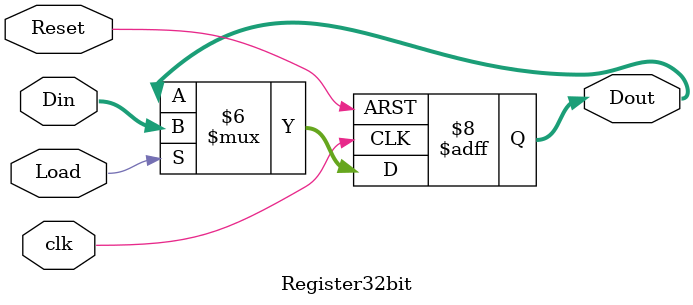
<source format=v>
module Register32bit (Din, Dout, Load, Reset, clk);
input [31:0] Din;
output reg [31:0] Dout;
input Load, Reset, clk;

initial begin 
Dout = 0;
end

always@(posedge clk or posedge Reset) begin
if (Reset == 1)
Dout = 0;
else if (Load == 1)
Dout <= Din;
else
Dout <= Dout;
end

endmodule



</source>
